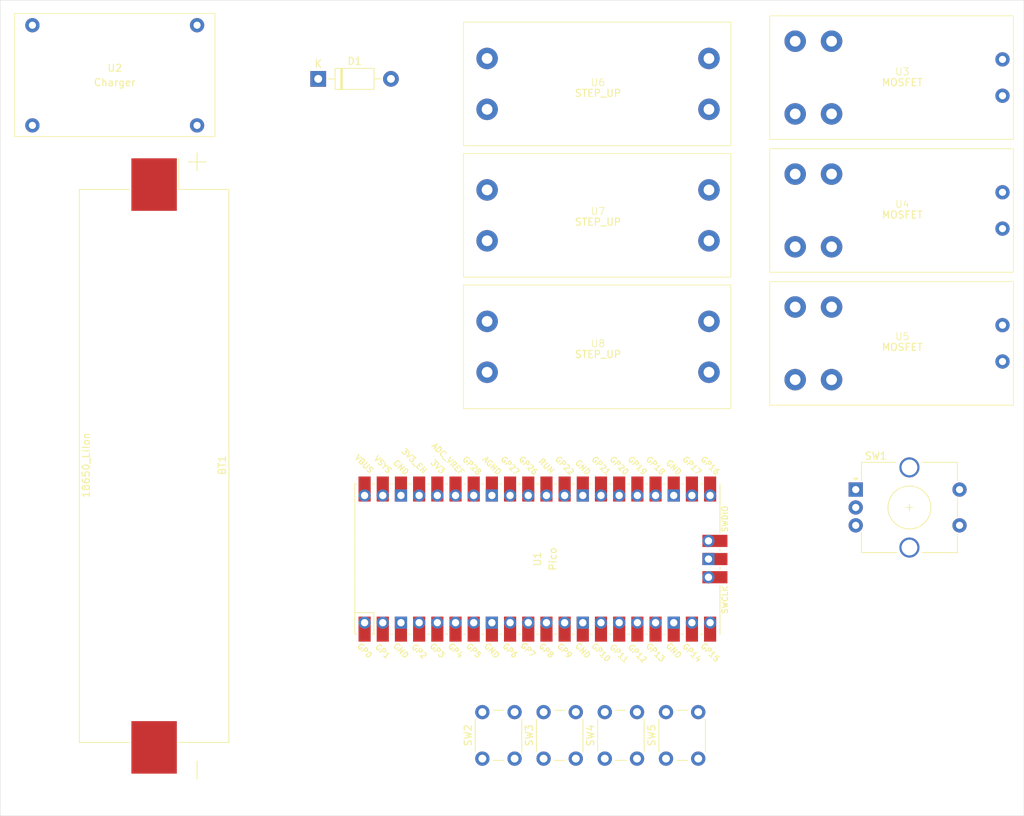
<source format=kicad_pcb>
(kicad_pcb (version 20240108) (generator "pcbnew") (generator_version "8.0")
  (title_block (title "LARS V2") (date "2024-04-01") (rev "1") (comment 1 "https://git.xythobuz.de/thomas/drumkit") (comment 2 "Licensed under the CERN-OHL-S-2.0+") (comment 4 "Copyright (c) 2024 Thomas Buck, Kauzerei"))
  (layers (0 "F.Cu" signal) (31 "B.Cu" signal) (34 "B.Paste" user) (35 "F.Paste" user) (36 "B.SilkS" user "B.Silkscreen") (37 "F.SilkS" user "F.Silkscreen") (38 "B.Mask" user) (39 "F.Mask" user) (44 "Edge.Cuts" user))
  (net 0 "")
  (net 3 "+BATT")
  (net 15 "Net-(D1-K)")
  (net 21 "Net-(U1-GPIO16)")
  (net 27 "GND")
  (net 29 "Net-(U1-GPIO17)")
  (net 44 "Net-(U1-GPIO18)")
  (net 45 "+3.3V")
  (net 46 "-BATT")
  (footprint "Button_Switch_THT:SW_PUSH_6mm_H5mm" (layer "F.Cu") (at 148.35 148.5 90)
    (property "Reference" "SW2" (at 3.25 -2 270) (layer "F.SilkS"))
    (property "Value" "SW_Push")
    (fp_line (start 5.5 -1) (end 1 -1) (stroke (width 0.12)) (layer "F.SilkS"))
    (fp_line (start -0.25 1.5) (end -0.25 3) (stroke (width 0.12)) (layer "F.SilkS"))
    (fp_line (start 6.75 3) (end 6.75 1.5) (stroke (width 0.12)) (layer "F.SilkS"))
    (fp_line (start 1 5.5) (end 5.5 5.5) (stroke (width 0.12)) (layer "F.SilkS"))
    (pad "1" thru_hole circle (at 0 0 180) (size 2 2) (drill 1.1) (layers "*.Cu" "*.Mask"))
    (pad "1" thru_hole circle (at 6.5 0 180) (size 2 2) (drill 1.1) (layers "*.Cu" "*.Mask"))
    (pad "2" thru_hole circle (at 0 4.5 180) (size 2 2) (drill 1.1) (layers "*.Cu" "*.Mask"))
    (pad "2" thru_hole circle (at 6.5 4.5 180) (size 2 2) (drill 1.1) (layers "*.Cu" "*.Mask"))
  )
  (footprint "chinese_modules:xy-mos" (layer "F.Cu") (at 188.488 61.952)
    (property "Reference" "U3" (at 18.512 -9.452 0) (layer "F.SilkS") (effects (font (thickness 0.1))))
    (property "Value" "MOSFET" (at 18.512 -7.952 0) (layer "F.SilkS"))
    (fp_rect (start 0 -17.272) (end 34.036 0) (stroke (width 0.1)) (fill none) (layer "F.SilkS"))
    (pad "1" thru_hole circle (at 3.556 -13.716) (size 3 3) (drill 1.5) (layers "*.Cu" "*.Mask"))
    (pad "2" thru_hole circle (at 8.636 -13.716) (size 3 3) (drill 1.5) (layers "*.Cu" "*.Mask"))
    (pad "3" thru_hole circle (at 3.556 -3.556) (size 3 3) (drill 1.5) (layers "*.Cu" "*.Mask"))
    (pad "4" thru_hole circle (at 8.636 -3.556) (size 3 3) (drill 1.5) (layers "*.Cu" "*.Mask"))
    (pad "5" thru_hole circle (at 32.512 -11.176) (size 2 2) (drill 1) (layers "*.Cu" "*.Mask"))
    (pad "6" thru_hole circle (at 32.512 -6.096) (size 2 2) (drill 1) (layers "*.Cu" "*.Mask"))
  )
  (footprint "Button_Switch_THT:SW_PUSH_6mm_H5mm" (layer "F.Cu") (at 156.9 148.5 90)
    (property "Reference" "SW3" (at 3.25 -2 270) (layer "F.SilkS"))
    (property "Value" "SW_Push")
    (fp_line (start 5.5 -1) (end 1 -1) (stroke (width 0.12)) (layer "F.SilkS"))
    (fp_line (start -0.25 1.5) (end -0.25 3) (stroke (width 0.12)) (layer "F.SilkS"))
    (fp_line (start 6.75 3) (end 6.75 1.5) (stroke (width 0.12)) (layer "F.SilkS"))
    (fp_line (start 1 5.5) (end 5.5 5.5) (stroke (width 0.12)) (layer "F.SilkS"))
    (pad "1" thru_hole circle (at 0 0 180) (size 2 2) (drill 1.1) (layers "*.Cu" "*.Mask"))
    (pad "1" thru_hole circle (at 6.5 0 180) (size 2 2) (drill 1.1) (layers "*.Cu" "*.Mask"))
    (pad "2" thru_hole circle (at 0 4.5 180) (size 2 2) (drill 1.1) (layers "*.Cu" "*.Mask"))
    (pad "2" thru_hole circle (at 6.5 4.5 180) (size 2 2) (drill 1.1) (layers "*.Cu" "*.Mask"))
  )
  (footprint "chinese_modules:dc-dc module" (layer "F.Cu") (at 161.712 92.468)
    (property "Reference" "U8" (at 2.788 -1.968 0) (layer "F.SilkS") (effects (font (thickness 0.1))))
    (property "Value" "STEP_UP" (at 2.788 -0.468 0) (layer "F.SilkS"))
    (fp_rect (start -16.002 -10.16) (end 21.336 7.112) (stroke (width 0.1)) (fill none) (layer "F.SilkS"))
    (pad "1" thru_hole circle (at -12.7 -5.08) (size 3 3) (drill 1.5) (layers "*.Cu" "*.Mask"))
    (pad "2" thru_hole circle (at -12.7 2.032) (size 3 3) (drill 1.5) (layers "*.Cu" "*.Mask"))
    (pad "3" thru_hole circle (at 18.288 -5.08) (size 3 3) (drill 1.5) (layers "*.Cu" "*.Mask"))
    (pad "4" thru_hole circle (at 18.288 2.032) (size 3 3) (drill 1.5) (layers "*.Cu" "*.Mask"))
  )
  (footprint "Rotary_Encoder:RotaryEncoder_Alps_EC12E-Switch_Vertical_H20mm_CircularMountingHoles" (layer "F.Cu") (at 200.5 110.9)
    (property "Reference" "SW1" (at 2.8 -4.7 0) (layer "F.SilkS"))
    (property "Value" "RotaryEncoder_Switch")
    (fp_line (start -0.3 -1.6) (end 0.3 -1.6) (stroke (width 0.12)) (layer "F.SilkS"))
    (fp_line (start 0 -1.3) (end -0.3 -1.6) (stroke (width 0.12)) (layer "F.SilkS"))
    (fp_line (start 0.3 -1.6) (end 0 -1.3) (stroke (width 0.12)) (layer "F.SilkS"))
    (fp_line (start 0.8 -3.8) (end 0.8 -1.3) (stroke (width 0.12)) (layer "F.SilkS"))
    (fp_line (start 0.8 8.8) (end 0.8 6) (stroke (width 0.12)) (layer "F.SilkS"))
    (fp_line (start 5.6 -3.8) (end 0.8 -3.8) (stroke (width 0.12)) (layer "F.SilkS"))
    (fp_line (start 5.7 8.8) (end 0.8 8.8) (stroke (width 0.12)) (layer "F.SilkS"))
    (fp_line (start 7 2.5) (end 8 2.5) (stroke (width 0.12)) (layer "F.SilkS"))
    (fp_line (start 7.5 2) (end 7.5 3) (stroke (width 0.12)) (layer "F.SilkS"))
    (fp_line (start 9.3 -3.8) (end 14.2 -3.8) (stroke (width 0.12)) (layer "F.SilkS"))
    (fp_line (start 14.2 -3.8) (end 14.2 -1.2) (stroke (width 0.12)) (layer "F.SilkS"))
    (fp_line (start 14.2 1.2) (end 14.2 3.8) (stroke (width 0.12)) (layer "F.SilkS"))
    (fp_line (start 14.2 6.2) (end 14.2 8.8) (stroke (width 0.12)) (layer "F.SilkS"))
    (fp_line (start 14.2 8.8) (end 9.3 8.8) (stroke (width 0.12)) (layer "F.SilkS"))
    (fp_circle (center 7.5 2.5) (end 10.5 2.5) (stroke (width 0.12)) (fill none) (layer "F.SilkS"))
    (pad "A" thru_hole rect (at 0 0) (size 2 2) (drill 1) (layers "*.Cu" "*.Mask") (net 29 "Net-(U1-GPIO17)"))
    (pad "B" thru_hole circle (at 0 5) (size 2 2) (drill 1) (layers "*.Cu" "*.Mask") (net 44 "Net-(U1-GPIO18)"))
    (pad "C" thru_hole circle (at 0 2.5) (size 2 2) (drill 1) (layers "*.Cu" "*.Mask") (net 27 "GND"))
    (pad "MP" thru_hole circle (at 7.5 -3.1) (size 2.8 2.8) (drill 2.2) (layers "*.Cu" "*.Mask"))
    (pad "MP" thru_hole circle (at 7.5 8.1) (size 2.8 2.8) (drill 2.2) (layers "*.Cu" "*.Mask"))
    (pad "S1" thru_hole circle (at 14.5 0) (size 2 2) (drill 1) (layers "*.Cu" "*.Mask") (net 21 "Net-(U1-GPIO16)"))
    (pad "S2" thru_hole circle (at 14.5 5) (size 2 2) (drill 1) (layers "*.Cu" "*.Mask") (net 27 "GND"))
  )
  (footprint "Button_Switch_THT:SW_PUSH_6mm_H5mm" (layer "F.Cu") (at 174 148.5 90)
    (property "Reference" "SW5" (at 3.25 -2 270) (layer "F.SilkS"))
    (property "Value" "SW_Push")
    (fp_line (start 5.5 -1) (end 1 -1) (stroke (width 0.12)) (layer "F.SilkS"))
    (fp_line (start -0.25 1.5) (end -0.25 3) (stroke (width 0.12)) (layer "F.SilkS"))
    (fp_line (start 6.75 3) (end 6.75 1.5) (stroke (width 0.12)) (layer "F.SilkS"))
    (fp_line (start 1 5.5) (end 5.5 5.5) (stroke (width 0.12)) (layer "F.SilkS"))
    (pad "1" thru_hole circle (at 0 0 180) (size 2 2) (drill 1.1) (layers "*.Cu" "*.Mask"))
    (pad "1" thru_hole circle (at 6.5 0 180) (size 2 2) (drill 1.1) (layers "*.Cu" "*.Mask"))
    (pad "2" thru_hole circle (at 0 4.5 180) (size 2 2) (drill 1.1) (layers "*.Cu" "*.Mask"))
    (pad "2" thru_hole circle (at 6.5 4.5 180) (size 2 2) (drill 1.1) (layers "*.Cu" "*.Mask"))
  )
  (footprint "Button_Switch_THT:SW_PUSH_6mm_H5mm" (layer "F.Cu") (at 165.45 148.5 90)
    (property "Reference" "SW4" (at 3.25 -2 270) (layer "F.SilkS"))
    (property "Value" "SW_Push")
    (fp_line (start 5.5 -1) (end 1 -1) (stroke (width 0.12)) (layer "F.SilkS"))
    (fp_line (start -0.25 1.5) (end -0.25 3) (stroke (width 0.12)) (layer "F.SilkS"))
    (fp_line (start 6.75 3) (end 6.75 1.5) (stroke (width 0.12)) (layer "F.SilkS"))
    (fp_line (start 1 5.5) (end 5.5 5.5) (stroke (width 0.12)) (layer "F.SilkS"))
    (pad "1" thru_hole circle (at 0 0 180) (size 2 2) (drill 1.1) (layers "*.Cu" "*.Mask"))
    (pad "1" thru_hole circle (at 6.5 0 180) (size 2 2) (drill 1.1) (layers "*.Cu" "*.Mask"))
    (pad "2" thru_hole circle (at 0 4.5 180) (size 2 2) (drill 1.1) (layers "*.Cu" "*.Mask"))
    (pad "2" thru_hole circle (at 6.5 4.5 180) (size 2 2) (drill 1.1) (layers "*.Cu" "*.Mask"))
  )
  (footprint "KiCad-RP-Pico:RPi_Pico_SMD_TH" (layer "F.Cu") (at 156.03 120.61 90)
    (property "Reference" "U1" (at 0 0 270) (layer "F.SilkS"))
    (property "Value" "Pico" (at 0 2.159 270) (layer "F.SilkS"))
    (fp_line (start 10.5 -25.5) (end 10.5 -25.2) (stroke (width 0.12)) (layer "F.SilkS"))
    (fp_line (start -10.5 -25.5) (end 10.5 -25.5) (stroke (width 0.12)) (layer "F.SilkS"))
    (fp_line (start -10.5 -25.5) (end -10.5 -25.2) (stroke (width 0.12)) (layer "F.SilkS"))
    (fp_line (start 10.5 -23.1) (end 10.5 -22.7) (stroke (width 0.12)) (layer "F.SilkS"))
    (fp_line (start -10.5 -23.1) (end -10.5 -22.7) (stroke (width 0.12)) (layer "F.SilkS"))
    (fp_line (start -7.493 -22.833) (end -7.493 -25.5) (stroke (width 0.12)) (layer "F.SilkS"))
    (fp_line (start -10.5 -22.833) (end -7.493 -22.833) (stroke (width 0.12)) (layer "F.SilkS"))
    (fp_line (start 10.5 -20.5) (end 10.5 -20.1) (stroke (width 0.12)) (layer "F.SilkS"))
    (fp_line (start -10.5 -20.5) (end -10.5 -20.1) (stroke (width 0.12)) (layer "F.SilkS"))
    (fp_line (start 10.5 -18) (end 10.5 -17.6) (stroke (width 0.12)) (layer "F.SilkS"))
    (fp_line (start -10.5 -18) (end -10.5 -17.6) (stroke (width 0.12)) (layer "F.SilkS"))
    (fp_line (start 10.5 -15.4) (end 10.5 -15) (stroke (width 0.12)) (layer "F.SilkS"))
    (fp_line (start -10.5 -15.4) (end -10.5 -15) (stroke (width 0.12)) (layer "F.SilkS"))
    (fp_line (start 10.5 -12.9) (end 10.5 -12.5) (stroke (width 0.12)) (layer "F.SilkS"))
    (fp_line (start -10.5 -12.9) (end -10.5 -12.5) (stroke (width 0.12)) (layer "F.SilkS"))
    (fp_line (start 10.5 -10.4) (end 10.5 -10) (stroke (width 0.12)) (layer "F.SilkS"))
    (fp_line (start -10.5 -10.4) (end -10.5 -10) (stroke (width 0.12)) (layer "F.SilkS"))
    (fp_line (start 10.5 -7.8) (end 10.5 -7.4) (stroke (width 0.12)) (layer "F.SilkS"))
    (fp_line (start -10.5 -7.8) (end -10.5 -7.4) (stroke (width 0.12)) (layer "F.SilkS"))
    (fp_line (start 10.5 -5.3) (end 10.5 -4.9) (stroke (width 0.12)) (layer "F.SilkS"))
    (fp_line (start -10.5 -5.3) (end -10.5 -4.9) (stroke (width 0.12)) (layer "F.SilkS"))
    (fp_line (start 10.5 -2.7) (end 10.5 -2.3) (stroke (width 0.12)) (layer "F.SilkS"))
    (fp_line (start -10.5 -2.7) (end -10.5 -2.3) (stroke (width 0.12)) (layer "F.SilkS"))
    (fp_line (start 10.5 -0.2) (end 10.5 0.2) (stroke (width 0.12)) (layer "F.SilkS"))
    (fp_line (start -10.5 -0.2) (end -10.5 0.2) (stroke (width 0.12)) (layer "F.SilkS"))
    (fp_line (start 10.5 2.3) (end 10.5 2.7) (stroke (width 0.12)) (layer "F.SilkS"))
    (fp_line (start -10.5 2.3) (end -10.5 2.7) (stroke (width 0.12)) (layer "F.SilkS"))
    (fp_line (start 10.5 4.9) (end 10.5 5.3) (stroke (width 0.12)) (layer "F.SilkS"))
    (fp_line (start -10.5 4.9) (end -10.5 5.3) (stroke (width 0.12)) (layer "F.SilkS"))
    (fp_line (start 10.5 7.4) (end 10.5 7.8) (stroke (width 0.12)) (layer "F.SilkS"))
    (fp_line (start -10.5 7.4) (end -10.5 7.8) (stroke (width 0.12)) (layer "F.SilkS"))
    (fp_line (start 10.5 10) (end 10.5 10.4) (stroke (width 0.12)) (layer "F.SilkS"))
    (fp_line (start -10.5 10) (end -10.5 10.4) (stroke (width 0.12)) (layer "F.SilkS"))
    (fp_line (start 10.5 12.5) (end 10.5 12.9) (stroke (width 0.12)) (layer "F.SilkS"))
    (fp_line (start -10.5 12.5) (end -10.5 12.9) (stroke (width 0.12)) (layer "F.SilkS"))
    (fp_line (start 10.5 15.1) (end 10.5 15.5) (stroke (width 0.12)) (layer "F.SilkS"))
    (fp_line (start -10.5 15.1) (end -10.5 15.5) (stroke (width 0.12)) (layer "F.SilkS"))
    (fp_line (start 10.5 17.6) (end 10.5 18) (stroke (width 0.12)) (layer "F.SilkS"))
    (fp_line (start -10.5 17.6) (end -10.5 18) (stroke (width 0.12)) (layer "F.SilkS"))
    (fp_line (start 10.5 20.1) (end 10.5 20.5) (stroke (width 0.12)) (layer "F.SilkS"))
    (fp_line (start -10.5 20.1) (end -10.5 20.5) (stroke (width 0.12)) (layer "F.SilkS"))
    (fp_line (start 10.5 22.7) (end 10.5 23.1) (stroke (width 0.12)) (layer "F.SilkS"))
    (fp_line (start -10.5 22.7) (end -10.5 23.1) (stroke (width 0.12)) (layer "F.SilkS"))
    (fp_line (start 10.5 25.5) (end 3.7 25.5) (stroke (width 0.12)) (layer "F.SilkS"))
    (fp_line (start 1.1 25.5) (end 1.5 25.5) (stroke (width 0.12)) (layer "F.SilkS"))
    (fp_line (start -1.5 25.5) (end -1.1 25.5) (stroke (width 0.12)) (layer "F.SilkS"))
    (fp_line (start -3.7 25.5) (end -10.5 25.5) (stroke (width 0.12)) (layer "F.SilkS"))
    (fp_text user "GP15" (at -13.054 24.13 315) (layer "F.SilkS") (effects (font (size 0.8 0.8))))
    (fp_text user "GND" (at -12.8 -6.35 315) (layer "F.SilkS") (effects (font (size 0.8 0.8))))
    (fp_text user "GP3" (at -12.8 -13.97 315) (layer "F.SilkS") (effects (font (size 0.8 0.8))))
    (fp_text user "3V3" (at 12.9 -13.9 315) (layer "F.SilkS") (effects (font (size 0.8 0.8))))
    (fp_text user "GP13" (at -13.054 16.51 315) (layer "F.SilkS") (effects (font (size 0.8 0.8))))
    (fp_text user "RUN" (at 13 1.27 315) (layer "F.SilkS") (effects (font (size 0.8 0.8))))
    (fp_text user "GP0" (at -12.8 -24.13 315) (layer "F.SilkS") (effects (font (size 0.8 0.8))))
    (fp_text user "GND" (at -12.8 -19.05 315) (layer "F.SilkS") (effects (font (size 0.8 0.8))))
    (fp_text user "GP17" (at 13.054 21.59 315) (layer "F.SilkS") (effects (font (size 0.8 0.8))))
    (fp_text user "GND" (at 12.8 19.05 315) (layer "F.SilkS") (effects (font (size 0.8 0.8))))
    (fp_text user "AGND" (at 13.054 -6.35 315) (layer "F.SilkS") (effects (font (size 0.8 0.8))))
    (fp_text user "GP4" (at -12.8 -11.43 315) (layer "F.SilkS") (effects (font (size 0.8 0.8))))
    (fp_text user "GP26" (at 13.054 -1.27 315) (layer "F.SilkS") (effects (font (size 0.8 0.8))))
    (fp_text user "GP22" (at 13.054 3.81 315) (layer "F.SilkS") (effects (font (size 0.8 0.8))))
    (fp_text user "GP19" (at 13.054 13.97 315) (layer "F.SilkS") (effects (font (size 0.8 0.8))))
    (fp_text user "GP12" (at -13.2 13.97 315) (layer "F.SilkS") (effects (font (size 0.8 0.8))))
    (fp_text user "VSYS" (at 13.2 -21.59 315) (layer "F.SilkS") (effects (font (size 0.8 0.8))))
    (fp_text user "SWDIO" (at 5.6 26.2 270) (layer "F.SilkS") (effects (font (size 0.8 0.8))))
    (fp_text user "GP2" (at -12.9 -16.51 315) (layer "F.SilkS") (effects (font (size 0.8 0.8))))
    (fp_text user "GND" (at 12.8 6.35 315) (layer "F.SilkS") (effects (font (size 0.8 0.8))))
    (fp_text user "GP14" (at -13.1 21.59 315) (layer "F.SilkS") (effects (font (size 0.8 0.8))))
    (fp_text user "GP21" (at 13.054 8.9 315) (layer "F.SilkS") (effects (font (size 0.8 0.8))))
    (fp_text user "GP11" (at -13.2 11.43 315) (layer "F.SilkS") (effects (font (size 0.8 0.8))))
    (fp_text user "SWCLK" (at -5.7 26.2 270) (layer "F.SilkS") (effects (font (size 0.8 0.8))))
    (fp_text user "3V3_EN" (at 13.7 -17.2 315) (layer "F.SilkS") (effects (font (size 0.8 0.8))))
    (fp_text user "GP8" (at -12.8 1.27 315) (layer "F.SilkS") (effects (font (size 0.8 0.8))))
    (fp_text user "GP28" (at 13.054 -9.144 315) (layer "F.SilkS") (effects (font (size 0.8 0.8))))
    (fp_text user "GP5" (at -12.8 -8.89 315) (layer "F.SilkS") (effects (font (size 0.8 0.8))))
    (fp_text user "GP10" (at -13.054 8.89 315) (layer "F.SilkS") (effects (font (size 0.8 0.8))))
    (fp_text user "GP9" (at -12.8 3.81 315) (layer "F.SilkS") (effects (font (size 0.8 0.8))))
    (fp_text user "GP27" (at 13.054 -3.8 315) (layer "F.SilkS") (effects (font (size 0.8 0.8))))
    (fp_text user "GND" (at 12.8 -19.05 315) (layer "F.SilkS") (effects (font (size 0.8 0.8))))
    (fp_text user "GP18" (at 13.054 16.51 315) (layer "F.SilkS") (effects (font (size 0.8 0.8))))
    (fp_text user "GP1" (at -12.9 -21.6 315) (layer "F.SilkS") (effects (font (size 0.8 0.8))))
    (fp_text user "VBUS" (at 13.3 -24.2 315) (layer "F.SilkS") (effects (font (size 0.8 0.8))))
    (fp_text user "GND" (at -12.8 6.35 315) (layer "F.SilkS") (effects (font (size 0.8 0.8))))
    (fp_text user "GP7" (at -12.7 -1.3 315) (layer "F.SilkS") (effects (font (size 0.8 0.8))))
    (fp_text user "GP16" (at 13.054 24.13 315) (layer "F.SilkS") (effects (font (size 0.8 0.8))))
    (fp_text user "GP6" (at -12.8 -3.81 315) (layer "F.SilkS") (effects (font (size 0.8 0.8))))
    (fp_text user "ADC_VREF" (at 14 -12.5 315) (layer "F.SilkS") (effects (font (size 0.8 0.8))))
    (fp_text user "GND" (at -12.8 19.05 315) (layer "F.SilkS") (effects (font (size 0.8 0.8))))
    (fp_text user "GP20" (at 13.054 11.43 315) (layer "F.SilkS") (effects (font (size 0.8 0.8))))
    (pad "" np_thru_hole oval (at -2.725 -24 90) (size 1.8 1.8) (drill 1.8) (layers "*.Cu" "*.Mask"))
    (pad "" np_thru_hole oval (at -2.425 -20.97 90) (size 1.5 1.5) (drill 1.5) (layers "*.Cu" "*.Mask"))
    (pad "" np_thru_hole oval (at 2.425 -20.97 90) (size 1.5 1.5) (drill 1.5) (layers "*.Cu" "*.Mask"))
    (pad "" np_thru_hole oval (at 2.725 -24 90) (size 1.8 1.8) (drill 1.8) (layers "*.Cu" "*.Mask"))
    (pad "1" thru_hole oval (at -8.89 -24.13 90) (size 1.7 1.7) (drill 1.02) (layers "*.Cu" "*.Mask"))
    (pad "1" smd rect (at -8.89 -24.13 90) (size 3.5 1.7) (drill (offset -0.9 0)) (layers "F.Cu" "F.Mask"))
    (pad "2" thru_hole oval (at -8.89 -21.59 90) (size 1.7 1.7) (drill 1.02) (layers "*.Cu" "*.Mask"))
    (pad "2" smd rect (at -8.89 -21.59 90) (size 3.5 1.7) (drill (offset -0.9 0)) (layers "F.Cu" "F.Mask"))
    (pad "3" thru_hole rect (at -8.89 -19.05 90) (size 1.7 1.7) (drill 1.02) (layers "*.Cu" "*.Mask"))
    (pad "3" smd rect (at -8.89 -19.05 90) (size 3.5 1.7) (drill (offset -0.9 0)) (layers "F.Cu" "F.Mask"))
    (pad "4" thru_hole oval (at -8.89 -16.51 90) (size 1.7 1.7) (drill 1.02) (layers "*.Cu" "*.Mask"))
    (pad "4" smd rect (at -8.89 -16.51 90) (size 3.5 1.7) (drill (offset -0.9 0)) (layers "F.Cu" "F.Mask"))
    (pad "5" thru_hole oval (at -8.89 -13.97 90) (size 1.7 1.7) (drill 1.02) (layers "*.Cu" "*.Mask"))
    (pad "5" smd rect (at -8.89 -13.97 90) (size 3.5 1.7) (drill (offset -0.9 0)) (layers "F.Cu" "F.Mask"))
    (pad "6" thru_hole oval (at -8.89 -11.43 90) (size 1.7 1.7) (drill 1.02) (layers "*.Cu" "*.Mask"))
    (pad "6" smd rect (at -8.89 -11.43 90) (size 3.5 1.7) (drill (offset -0.9 0)) (layers "F.Cu" "F.Mask"))
    (pad "7" thru_hole oval (at -8.89 -8.89 90) (size 1.7 1.7) (drill 1.02) (layers "*.Cu" "*.Mask"))
    (pad "7" smd rect (at -8.89 -8.89 90) (size 3.5 1.7) (drill (offset -0.9 0)) (layers "F.Cu" "F.Mask"))
    (pad "8" thru_hole rect (at -8.89 -6.35 90) (size 1.7 1.7) (drill 1.02) (layers "*.Cu" "*.Mask"))
    (pad "8" smd rect (at -8.89 -6.35 90) (size 3.5 1.7) (drill (offset -0.9 0)) (layers "F.Cu" "F.Mask"))
    (pad "9" thru_hole oval (at -8.89 -3.81 90) (size 1.7 1.7) (drill 1.02) (layers "*.Cu" "*.Mask"))
    (pad "9" smd rect (at -8.89 -3.81 90) (size 3.5 1.7) (drill (offset -0.9 0)) (layers "F.Cu" "F.Mask"))
    (pad "10" thru_hole oval (at -8.89 -1.27 90) (size 1.7 1.7) (drill 1.02) (layers "*.Cu" "*.Mask"))
    (pad "10" smd rect (at -8.89 -1.27 90) (size 3.5 1.7) (drill (offset -0.9 0)) (layers "F.Cu" "F.Mask"))
    (pad "11" thru_hole oval (at -8.89 1.27 90) (size 1.7 1.7) (drill 1.02) (layers "*.Cu" "*.Mask"))
    (pad "11" smd rect (at -8.89 1.27 90) (size 3.5 1.7) (drill (offset -0.9 0)) (layers "F.Cu" "F.Mask"))
    (pad "12" thru_hole oval (at -8.89 3.81 90) (size 1.7 1.7) (drill 1.02) (layers "*.Cu" "*.Mask"))
    (pad "12" smd rect (at -8.89 3.81 90) (size 3.5 1.7) (drill (offset -0.9 0)) (layers "F.Cu" "F.Mask"))
    (pad "13" thru_hole rect (at -8.89 6.35 90) (size 1.7 1.7) (drill 1.02) (layers "*.Cu" "*.Mask"))
    (pad "13" smd rect (at -8.89 6.35 90) (size 3.5 1.7) (drill (offset -0.9 0)) (layers "F.Cu" "F.Mask"))
    (pad "14" thru_hole oval (at -8.89 8.89 90) (size 1.7 1.7) (drill 1.02) (layers "*.Cu" "*.Mask"))
    (pad "14" smd rect (at -8.89 8.89 90) (size 3.5 1.7) (drill (offset -0.9 0)) (layers "F.Cu" "F.Mask"))
    (pad "15" thru_hole oval (at -8.89 11.43 90) (size 1.7 1.7) (drill 1.02) (layers "*.Cu" "*.Mask"))
    (pad "15" smd rect (at -8.89 11.43 90) (size 3.5 1.7) (drill (offset -0.9 0)) (layers "F.Cu" "F.Mask"))
    (pad "16" thru_hole oval (at -8.89 13.97 90) (size 1.7 1.7) (drill 1.02) (layers "*.Cu" "*.Mask"))
    (pad "16" smd rect (at -8.89 13.97 90) (size 3.5 1.7) (drill (offset -0.9 0)) (layers "F.Cu" "F.Mask"))
    (pad "17" thru_hole oval (at -8.89 16.51 90) (size 1.7 1.7) (drill 1.02) (layers "*.Cu" "*.Mask"))
    (pad "17" smd rect (at -8.89 16.51 90) (size 3.5 1.7) (drill (offset -0.9 0)) (layers "F.Cu" "F.Mask"))
    (pad "18" thru_hole rect (at -8.89 19.05 90) (size 1.7 1.7) (drill 1.02) (layers "*.Cu" "*.Mask"))
    (pad "18" smd rect (at -8.89 19.05 90) (size 3.5 1.7) (drill (offset -0.9 0)) (layers "F.Cu" "F.Mask"))
    (pad "19" thru_hole oval (at -8.89 21.59 90) (size 1.7 1.7) (drill 1.02) (layers "*.Cu" "*.Mask"))
    (pad "19" smd rect (at -8.89 21.59 90) (size 3.5 1.7) (drill (offset -0.9 0)) (layers "F.Cu" "F.Mask"))
    (pad "20" thru_hole oval (at -8.89 24.13 90) (size 1.7 1.7) (drill 1.02) (layers "*.Cu" "*.Mask"))
    (pad "20" smd rect (at -8.89 24.13 90) (size 3.5 1.7) (drill (offset -0.9 0)) (layers "F.Cu" "F.Mask"))
    (pad "21" thru_hole oval (at 8.89 24.13 90) (size 1.7 1.7) (drill 1.02) (layers "*.Cu" "*.Mask") (net 21 "Net-(U1-GPIO16)"))
    (pad "21" smd rect (at 8.89 24.13 90) (size 3.5 1.7) (drill (offset 0.9 0)) (layers "F.Cu" "F.Mask") (net 21 "Net-(U1-GPIO16)"))
    (pad "22" thru_hole oval (at 8.89 21.59 90) (size 1.7 1.7) (drill 1.02) (layers "*.Cu" "*.Mask") (net 29 "Net-(U1-GPIO17)"))
    (pad "22" smd rect (at 8.89 21.59 90) (size 3.5 1.7) (drill (offset 0.9 0)) (layers "F.Cu" "F.Mask") (net 29 "Net-(U1-GPIO17)"))
    (pad "23" thru_hole rect (at 8.89 19.05 90) (size 1.7 1.7) (drill 1.02) (layers "*.Cu" "*.Mask"))
    (pad "23" smd rect (at 8.89 19.05 90) (size 3.5 1.7) (drill (offset 0.9 0)) (layers "F.Cu" "F.Mask"))
    (pad "24" thru_hole oval (at 8.89 16.51 90) (size 1.7 1.7) (drill 1.02) (layers "*.Cu" "*.Mask") (net 44 "Net-(U1-GPIO18)"))
    (pad "24" smd rect (at 8.89 16.51 90) (size 3.5 1.7) (drill (offset 0.9 0)) (layers "F.Cu" "F.Mask") (net 44 "Net-(U1-GPIO18)"))
    (pad "25" thru_hole oval (at 8.89 13.97 90) (size 1.7 1.7) (drill 1.02) (layers "*.Cu" "*.Mask"))
    (pad "25" smd rect (at 8.89 13.97 90) (size 3.5 1.7) (drill (offset 0.9 0)) (layers "F.Cu" "F.Mask"))
    (pad "26" thru_hole oval (at 8.89 11.43 90) (size 1.7 1.7) (drill 1.02) (layers "*.Cu" "*.Mask"))
    (pad "26" smd rect (at 8.89 11.43 90) (size 3.5 1.7) (drill (offset 0.9 0)) (layers "F.Cu" "F.Mask"))
    (pad "27" thru_hole oval (at 8.89 8.89 90) (size 1.7 1.7) (drill 1.02) (layers "*.Cu" "*.Mask"))
    (pad "27" smd rect (at 8.89 8.89 90) (size 3.5 1.7) (drill (offset 0.9 0)) (layers "F.Cu" "F.Mask"))
    (pad "28" thru_hole rect (at 8.89 6.35 90) (size 1.7 1.7) (drill 1.02) (layers "*.Cu" "*.Mask"))
    (pad "28" smd rect (at 8.89 6.35 90) (size 3.5 1.7) (drill (offset 0.9 0)) (layers "F.Cu" "F.Mask"))
    (pad "29" thru_hole oval (at 8.89 3.81 90) (size 1.7 1.7) (drill 1.02) (layers "*.Cu" "*.Mask"))
    (pad "29" smd rect (at 8.89 3.81 90) (size 3.5 1.7) (drill (offset 0.9 0)) (layers "F.Cu" "F.Mask"))
    (pad "30" thru_hole oval (at 8.89 1.27 90) (size 1.7 1.7) (drill 1.02) (layers "*.Cu" "*.Mask"))
    (pad "30" smd rect (at 8.89 1.27 90) (size 3.5 1.7) (drill (offset 0.9 0)) (layers "F.Cu" "F.Mask"))
    (pad "31" thru_hole oval (at 8.89 -1.27 90) (size 1.7 1.7) (drill 1.02) (layers "*.Cu" "*.Mask"))
    (pad "31" smd rect (at 8.89 -1.27 90) (size 3.5 1.7) (drill (offset 0.9 0)) (layers "F.Cu" "F.Mask"))
    (pad "32" thru_hole oval (at 8.89 -3.81 90) (size 1.7 1.7) (drill 1.02) (layers "*.Cu" "*.Mask"))
    (pad "32" smd rect (at 8.89 -3.81 90) (size 3.5 1.7) (drill (offset 0.9 0)) (layers "F.Cu" "F.Mask"))
    (pad "33" thru_hole rect (at 8.89 -6.35 90) (size 1.7 1.7) (drill 1.02) (layers "*.Cu" "*.Mask"))
    (pad "33" smd rect (at 8.89 -6.35 90) (size 3.5 1.7) (drill (offset 0.9 0)) (layers "F.Cu" "F.Mask"))
    (pad "34" thru_hole oval (at 8.89 -8.89 90) (size 1.7 1.7) (drill 1.02) (layers "*.Cu" "*.Mask"))
    (pad "34" smd rect (at 8.89 -8.89 90) (size 3.5 1.7) (drill (offset 0.9 0)) (layers "F.Cu" "F.Mask"))
    (pad "35" thru_hole oval (at 8.89 -11.43 90) (size 1.7 1.7) (drill 1.02) (layers "*.Cu" "*.Mask"))
    (pad "35" smd rect (at 8.89 -11.43 90) (size 3.5 1.7) (drill (offset 0.9 0)) (layers "F.Cu" "F.Mask"))
    (pad "36" thru_hole oval (at 8.89 -13.97 90) (size 1.7 1.7) (drill 1.02) (layers "*.Cu" "*.Mask") (net 45 "+3.3V"))
    (pad "36" smd rect (at 8.89 -13.97 90) (size 3.5 1.7) (drill (offset 0.9 0)) (layers "F.Cu" "F.Mask") (net 45 "+3.3V"))
    (pad "37" thru_hole oval (at 8.89 -16.51 90) (size 1.7 1.7) (drill 1.02) (layers "*.Cu" "*.Mask"))
    (pad "37" smd rect (at 8.89 -16.51 90) (size 3.5 1.7) (drill (offset 0.9 0)) (layers "F.Cu" "F.Mask"))
    (pad "38" thru_hole rect (at 8.89 -19.05 90) (size 1.7 1.7) (drill 1.02) (layers "*.Cu" "*.Mask"))
    (pad "38" smd rect (at 8.89 -19.05 90) (size 3.5 1.7) (drill (offset 0.9 0)) (layers "F.Cu" "F.Mask"))
    (pad "39" thru_hole oval (at 8.89 -21.59 90) (size 1.7 1.7) (drill 1.02) (layers "*.Cu" "*.Mask") (net 15 "Net-(D1-K)"))
    (pad "39" smd rect (at 8.89 -21.59 90) (size 3.5 1.7) (drill (offset 0.9 0)) (layers "F.Cu" "F.Mask") (net 15 "Net-(D1-K)"))
    (pad "40" thru_hole oval (at 8.89 -24.13 90) (size 1.7 1.7) (drill 1.02) (layers "*.Cu" "*.Mask"))
    (pad "40" smd rect (at 8.89 -24.13 90) (size 3.5 1.7) (drill (offset 0.9 0)) (layers "F.Cu" "F.Mask"))
    (pad "41" thru_hole oval (at -2.54 23.9 90) (size 1.7 1.7) (drill 1.02) (layers "*.Cu" "*.Mask"))
    (pad "41" smd rect (at -2.54 23.9 180) (size 3.5 1.7) (drill (offset -0.9 0)) (layers "F.Cu" "F.Mask"))
    (pad "42" thru_hole rect (at 0 23.9 90) (size 1.7 1.7) (drill 1.02) (layers "*.Cu" "*.Mask"))
    (pad "42" smd rect (at 0 23.9 180) (size 3.5 1.7) (drill (offset -0.9 0)) (layers "F.Cu" "F.Mask"))
    (pad "43" thru_hole oval (at 2.54 23.9 90) (size 1.7 1.7) (drill 1.02) (layers "*.Cu" "*.Mask"))
    (pad "43" smd rect (at 2.54 23.9 180) (size 3.5 1.7) (drill (offset -0.9 0)) (layers "F.Cu" "F.Mask"))
  )
  (footprint "chinese_modules:dc-dc module" (layer "F.Cu") (at 161.712 74.096)
    (property "Reference" "U7" (at 2.788 -2.096 0) (layer "F.SilkS") (effects (font (thickness 0.1))))
    (property "Value" "STEP_UP" (at 2.788 -0.596 0) (layer "F.SilkS"))
    (fp_rect (start -16.002 -10.16) (end 21.336 7.112) (stroke (width 0.1)) (fill none) (layer "F.SilkS"))
    (pad "1" thru_hole circle (at -12.7 -5.08) (size 3 3) (drill 1.5) (layers "*.Cu" "*.Mask"))
    (pad "2" thru_hole circle (at -12.7 2.032) (size 3 3) (drill 1.5) (layers "*.Cu" "*.Mask"))
    (pad "3" thru_hole circle (at 18.288 -5.08) (size 3 3) (drill 1.5) (layers "*.Cu" "*.Mask"))
    (pad "4" thru_hole circle (at 18.288 2.032) (size 3 3) (drill 1.5) (layers "*.Cu" "*.Mask"))
  )
  (footprint "chinese_modules:xy-mos" (layer "F.Cu") (at 188.488 99.096)
    (property "Reference" "U5" (at 18.512 -9.596 0) (layer "F.SilkS") (effects (font (thickness 0.1))))
    (property "Value" "MOSFET" (at 18.512 -8.096 0) (layer "F.SilkS"))
    (fp_rect (start 0 -17.272) (end 34.036 0) (stroke (width 0.1)) (fill none) (layer "F.SilkS"))
    (pad "1" thru_hole circle (at 3.556 -13.716) (size 3 3) (drill 1.5) (layers "*.Cu" "*.Mask"))
    (pad "2" thru_hole circle (at 8.636 -13.716) (size 3 3) (drill 1.5) (layers "*.Cu" "*.Mask"))
    (pad "3" thru_hole circle (at 3.556 -3.556) (size 3 3) (drill 1.5) (layers "*.Cu" "*.Mask"))
    (pad "4" thru_hole circle (at 8.636 -3.556) (size 3 3) (drill 1.5) (layers "*.Cu" "*.Mask"))
    (pad "5" thru_hole circle (at 32.512 -11.176) (size 2 2) (drill 1) (layers "*.Cu" "*.Mask"))
    (pad "6" thru_hole circle (at 32.512 -6.096) (size 2 2) (drill 1) (layers "*.Cu" "*.Mask"))
  )
  (footprint "Diode_THT:D_DO-41_SOD81_P10.16mm_Horizontal" (layer "F.Cu") (at 125.42 53.5)
    (property "Reference" "D1" (at 5.08 -2.47 0) (layer "F.SilkS"))
    (property "Value" "1N5819")
    (fp_line (start 1.34 0) (end 2.36 0) (stroke (width 0.12)) (layer "F.SilkS"))
    (fp_line (start 2.36 -1.47) (end 2.36 1.47) (stroke (width 0.12)) (layer "F.SilkS"))
    (fp_line (start 2.36 1.47) (end 7.8 1.47) (stroke (width 0.12)) (layer "F.SilkS"))
    (fp_line (start 3.14 -1.47) (end 3.14 1.47) (stroke (width 0.12)) (layer "F.SilkS"))
    (fp_line (start 3.26 -1.47) (end 3.26 1.47) (stroke (width 0.12)) (layer "F.SilkS"))
    (fp_line (start 3.38 -1.47) (end 3.38 1.47) (stroke (width 0.12)) (layer "F.SilkS"))
    (fp_line (start 7.8 -1.47) (end 2.36 -1.47) (stroke (width 0.12)) (layer "F.SilkS"))
    (fp_line (start 7.8 1.47) (end 7.8 -1.47) (stroke (width 0.12)) (layer "F.SilkS"))
    (fp_line (start 8.82 0) (end 7.8 0) (stroke (width 0.12)) (layer "F.SilkS"))
    (fp_text user "K" (at 0 -2.1 0) (layer "F.SilkS"))
    (pad "1" thru_hole rect (at 0 0) (size 2.2 2.2) (drill 1.1) (layers "*.Cu" "*.Mask") (net 15 "Net-(D1-K)"))
    (pad "2" thru_hole oval (at 10.16 0) (size 2.2 2.2) (drill 1.1) (layers "*.Cu" "*.Mask") (net 3 "+BATT"))
  )
  (footprint "Battery:BatteryHolder_Keystone_1042_1x18650" (layer "F.Cu") (at 102.5 107.6 -90)
    (property "Reference" "BT1" (at -0.1 -9.5 90) (layer "F.SilkS"))
    (property "Value" "18650_LiIon" (at -0.1 9.5 90) (layer "F.SilkS"))
    (fp_line (start -38.64 10.44) (end -38.64 3.44) (stroke (width 0.12)) (layer "F.SilkS"))
    (fp_line (start 38.64 10.44) (end -38.64 10.44) (stroke (width 0.12)) (layer "F.SilkS"))
    (fp_line (start 38.64 3.44) (end 38.64 10.44) (stroke (width 0.12)) (layer "F.SilkS"))
    (fp_line (start -38.64 -3.44) (end -43 -3.44) (stroke (width 0.12)) (layer "F.SilkS"))
    (fp_line (start 38.64 -3.44) (end 38.64 -10.42) (stroke (width 0.12)) (layer "F.SilkS"))
    (fp_line (start -42.5 -4.75) (end -42.5 -7.25) (stroke (width 0.12)) (layer "F.SilkS"))
    (fp_line (start -43.75 -6) (end -41.25 -6) (stroke (width 0.12)) (layer "F.SilkS"))
    (fp_line (start 43.75 -6) (end 41.25 -6) (stroke (width 0.12)) (layer "F.SilkS"))
    (fp_line (start -38.64 -10.44) (end -38.64 -3.44) (stroke (width 0.12)) (layer "F.SilkS"))
    (fp_line (start 38.64 -10.44) (end -38.64 -10.44) (stroke (width 0.12)) (layer "F.SilkS"))
    (pad "" np_thru_hole circle (at -35.93 -8 270) (size 2.39 2.39) (drill 2.39) (layers "*.Cu" "*.Mask"))
    (pad "" np_thru_hole circle (at -27.6 8 270) (size 3.45 3.45) (drill 3.45) (layers "*.Cu" "*.Mask"))
    (pad "" np_thru_hole circle (at 27.6 -8 270) (size 3.45 3.45) (drill 3.45) (layers "*.Cu" "*.Mask"))
    (pad "1" smd rect (at -39.33 0 270) (size 7.34 6.35) (layers "F.Cu" "F.Paste" "F.Mask") (net 3 "+BATT"))
    (pad "2" smd rect (at 39.33 0 270) (size 7.34 6.35) (layers "F.Cu" "F.Paste" "F.Mask") (net 46 "-BATT"))
  )
  (footprint "chinese_modules:charger" (layer "F.Cu") (at 97 53)
    (property "Reference" "U2" (hide yes))
    (property "Value" "Charger" (at 0 1 0) (layer "F.SilkS"))
    (fp_rect (start -14 8.564) (end 14 -8.636) (stroke (width 0.1)) (fill none) (layer "F.SilkS"))
    (fp_text user "${REFERENCE}" (at 0 -1 0) (layer "F.SilkS"))
    (pad "1" thru_hole circle (at -11.5 -7) (size 2 2) (drill 1) (layers "*.Cu" "*.Mask"))
    (pad "2" thru_hole circle (at -11.5 7) (size 2 2) (drill 1) (layers "*.Cu" "*.Mask"))
    (pad "3" thru_hole circle (at 11.5 -7) (size 2 2) (drill 1) (layers "*.Cu" "*.Mask") (net 3 "+BATT"))
    (pad "4" thru_hole circle (at 11.5 7) (size 2 2) (drill 1) (layers "*.Cu" "*.Mask") (net 46 "-BATT"))
  )
  (footprint "chinese_modules:xy-mos" (layer "F.Cu") (at 188.488 80.524)
    (property "Reference" "U4" (at 18.512 -9.524 0) (layer "F.SilkS") (effects (font (thickness 0.1))))
    (property "Value" "MOSFET" (at 18.512 -8.024 0) (layer "F.SilkS"))
    (fp_rect (start 0 -17.272) (end 34.036 0) (stroke (width 0.1)) (fill none) (layer "F.SilkS"))
    (pad "1" thru_hole circle (at 3.556 -13.716) (size 3 3) (drill 1.5) (layers "*.Cu" "*.Mask"))
    (pad "2" thru_hole circle (at 8.636 -13.716) (size 3 3) (drill 1.5) (layers "*.Cu" "*.Mask"))
    (pad "3" thru_hole circle (at 3.556 -3.556) (size 3 3) (drill 1.5) (layers "*.Cu" "*.Mask"))
    (pad "4" thru_hole circle (at 8.636 -3.556) (size 3 3) (drill 1.5) (layers "*.Cu" "*.Mask"))
    (pad "5" thru_hole circle (at 32.512 -11.176) (size 2 2) (drill 1) (layers "*.Cu" "*.Mask"))
    (pad "6" thru_hole circle (at 32.512 -6.096) (size 2 2) (drill 1) (layers "*.Cu" "*.Mask"))
  )
  (footprint "chinese_modules:dc-dc module" (layer "F.Cu") (at 161.712 55.724)
    (property "Reference" "U6" (at 2.788 -1.724 0) (layer "F.SilkS") (effects (font (thickness 0.1))))
    (property "Value" "STEP_UP" (at 2.788 -0.224 0) (layer "F.SilkS"))
    (fp_rect (start -16.002 -10.16) (end 21.336 7.112) (stroke (width 0.1)) (fill none) (layer "F.SilkS"))
    (pad "1" thru_hole circle (at -12.7 -5.08) (size 3 3) (drill 1.5) (layers "*.Cu" "*.Mask"))
    (pad "2" thru_hole circle (at -12.7 2.032) (size 3 3) (drill 1.5) (layers "*.Cu" "*.Mask"))
    (pad "3" thru_hole circle (at 18.288 -5.08) (size 3 3) (drill 1.5) (layers "*.Cu" "*.Mask"))
    (pad "4" thru_hole circle (at 18.288 2.032) (size 3 3) (drill 1.5) (layers "*.Cu" "*.Mask"))
  )
  (gr_rect (start 81 42.5) (end 224 156.5) (stroke (width 0.05)) (fill none) (layer "Edge.Cuts"))
)
</source>
